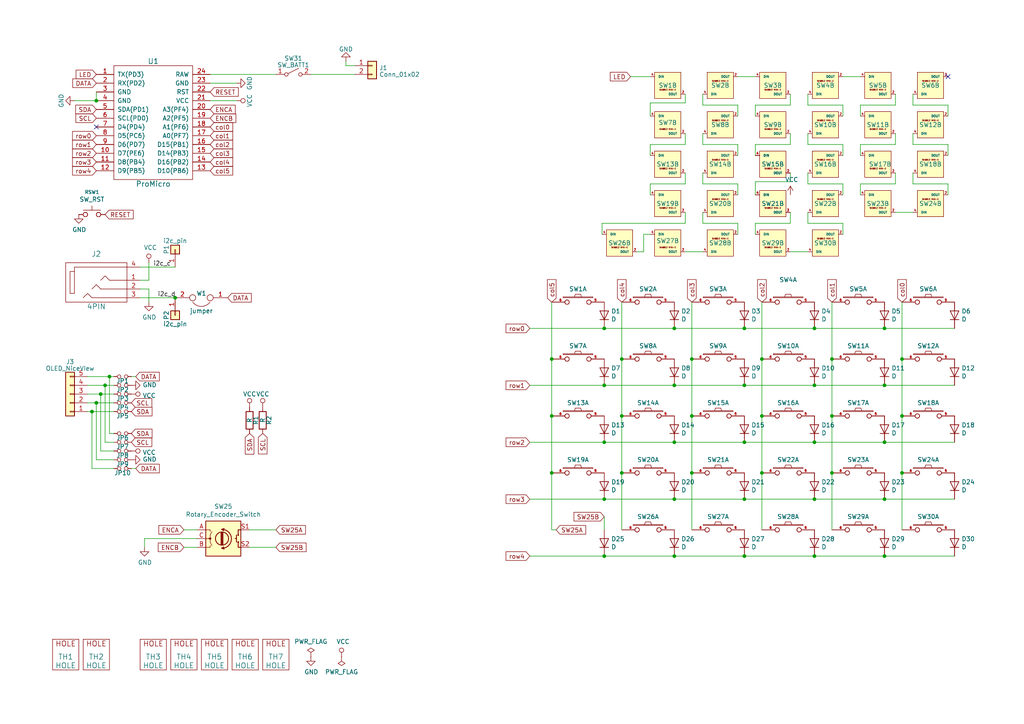
<source format=kicad_sch>
(kicad_sch (version 20230121) (generator eeschema)
  (paper "A4")
  (junction (at 27.94 116.84))
  (junction (at 256.54 128.27))
  (junction (at 236.22 161.29))
  (junction (at 241.3 137.16))
  (junction (at 236.22 128.27))
  (junction (at 50.8 86.36))
  (junction (at 256.54 144.78))
  (junction (at 261.62 137.16))
  (junction (at 215.9 111.76))
  (junction (at 195.58 128.27))
  (junction (at 215.9 95.25))
  (junction (at 160.02 104.14))
  (junction (at 195.58 161.29))
  (junction (at 256.54 95.25))
  (junction (at 220.98 137.16))
  (junction (at 215.9 128.27))
  (junction (at 200.66 104.14))
  (junction (at 175.26 161.29))
  (junction (at 236.22 95.25))
  (junction (at 175.26 95.25))
  (junction (at 195.58 95.25))
  (junction (at 31.75 109.22))
  (junction (at 215.9 144.78))
  (junction (at 200.66 120.65))
  (junction (at 200.66 137.16))
  (junction (at 26.67 119.38))
  (junction (at 180.34 104.14))
  (junction (at 220.98 104.14))
  (junction (at 241.3 120.65))
  (junction (at 27.94 29.21))
  (junction (at 236.22 111.76))
  (junction (at 236.22 144.78))
  (junction (at 160.02 120.65))
  (junction (at 160.02 137.16))
  (junction (at 30.48 111.76))
  (junction (at 195.58 111.76))
  (junction (at 215.9 161.29))
  (junction (at 180.34 137.16))
  (junction (at 220.98 120.65))
  (junction (at 261.62 104.14))
  (junction (at 256.54 111.76))
  (junction (at 175.26 144.78))
  (junction (at 241.3 104.14))
  (junction (at 195.58 144.78))
  (junction (at 29.21 114.3))
  (junction (at 175.26 111.76))
  (junction (at 261.62 120.65))
  (junction (at 256.54 161.29))
  (junction (at 175.26 128.27))
  (junction (at 180.34 120.65))
  (no_connect (at 274.955 22.225))
  (no_connect (at 27.94 36.83))
  (wire (pts (xy 220.98 137.16) (xy 220.98 153.67)))
  (wire (pts (xy 264.795 30.48) (xy 264.795 27.305)))
  (wire (pts (xy 195.58 144.78) (xy 175.26 144.78)))
  (wire (pts (xy 244.475 45.085) (xy 244.475 41.91)))
  (wire (pts (xy 200.66 104.14) (xy 200.66 120.65)))
  (wire (pts (xy 180.34 87.63) (xy 180.34 104.14)))
  (wire (pts (xy 27.94 29.21) (xy 21.59 29.21)))
  (wire (pts (xy 160.02 137.16) (xy 160.02 153.67)))
  (wire (pts (xy 195.58 128.27) (xy 175.26 128.27)))
  (wire (pts (xy 25.4 119.38) (xy 26.67 119.38)))
  (wire (pts (xy 220.98 120.65) (xy 220.98 137.16)))
  (wire (pts (xy 198.755 29.845) (xy 188.595 29.845)))
  (wire (pts (xy 200.66 120.65) (xy 200.66 137.16)))
  (wire (pts (xy 100.33 19.05) (xy 100.33 17.78)))
  (wire (pts (xy 229.235 52.705) (xy 219.075 52.705)))
  (wire (pts (xy 57.15 156.21) (xy 41.91 156.21)))
  (wire (pts (xy 274.955 53.34) (xy 264.795 53.34)))
  (wire (pts (xy 213.995 33.655) (xy 213.995 30.48)))
  (wire (pts (xy 174.625 64.77) (xy 174.625 67.945)))
  (wire (pts (xy 160.02 87.63) (xy 160.02 104.14)))
  (wire (pts (xy 219.075 52.705) (xy 219.075 56.515)))
  (wire (pts (xy 244.475 41.91) (xy 234.315 41.91)))
  (wire (pts (xy 241.3 137.16) (xy 241.3 153.67)))
  (wire (pts (xy 188.595 53.34) (xy 188.595 56.515)))
  (wire (pts (xy 195.58 111.76) (xy 175.26 111.76)))
  (wire (pts (xy 30.48 111.76) (xy 33.02 111.76)))
  (wire (pts (xy 203.835 41.91) (xy 203.835 38.735)))
  (wire (pts (xy 198.755 73.025) (xy 203.835 73.025)))
  (wire (pts (xy 215.9 161.29) (xy 236.22 161.29)))
  (wire (pts (xy 229.235 50.165) (xy 229.235 52.705)))
  (wire (pts (xy 249.555 41.91) (xy 249.555 45.085)))
  (wire (pts (xy 180.34 137.16) (xy 180.34 153.67)))
  (wire (pts (xy 195.58 95.25) (xy 175.26 95.25)))
  (wire (pts (xy 213.995 64.77) (xy 203.835 64.77)))
  (wire (pts (xy 234.315 53.34) (xy 234.315 50.165)))
  (wire (pts (xy 198.755 50.165) (xy 198.755 53.34)))
  (wire (pts (xy 203.835 30.48) (xy 203.835 27.305)))
  (wire (pts (xy 180.34 120.65) (xy 180.34 137.16)))
  (wire (pts (xy 256.54 128.27) (xy 276.86 128.27)))
  (wire (pts (xy 25.4 109.22) (xy 31.75 109.22)))
  (wire (pts (xy 213.995 45.085) (xy 213.995 41.91)))
  (wire (pts (xy 198.755 41.91) (xy 188.595 41.91)))
  (wire (pts (xy 72.39 153.67) (xy 80.01 153.67)))
  (wire (pts (xy 229.235 73.025) (xy 234.315 73.025)))
  (wire (pts (xy 229.235 41.91) (xy 219.075 41.91)))
  (wire (pts (xy 256.54 95.25) (xy 236.22 95.25)))
  (wire (pts (xy 215.9 128.27) (xy 236.22 128.27)))
  (wire (pts (xy 241.3 137.16) (xy 241.3 120.65)))
  (wire (pts (xy 195.58 144.78) (xy 215.9 144.78)))
  (wire (pts (xy 30.48 111.76) (xy 30.48 128.27)))
  (wire (pts (xy 236.22 111.76) (xy 256.54 111.76)))
  (wire (pts (xy 198.755 27.305) (xy 198.755 29.845)))
  (wire (pts (xy 43.18 76.2) (xy 43.18 81.28)))
  (wire (pts (xy 27.94 116.84) (xy 33.02 116.84)))
  (wire (pts (xy 219.075 64.77) (xy 219.075 67.945)))
  (wire (pts (xy 188.595 41.91) (xy 188.595 45.085)))
  (wire (pts (xy 259.715 27.305) (xy 259.715 30.48)))
  (wire (pts (xy 229.235 30.48) (xy 219.075 30.48)))
  (wire (pts (xy 244.475 33.655) (xy 244.475 30.48)))
  (wire (pts (xy 215.9 111.76) (xy 236.22 111.76)))
  (wire (pts (xy 220.98 104.14) (xy 220.98 120.65)))
  (wire (pts (xy 256.54 111.76) (xy 276.86 111.76)))
  (wire (pts (xy 259.715 38.735) (xy 259.715 41.91)))
  (wire (pts (xy 229.235 27.305) (xy 229.235 30.48)))
  (wire (pts (xy 244.475 53.34) (xy 234.315 53.34)))
  (wire (pts (xy 261.62 104.14) (xy 261.62 87.63)))
  (wire (pts (xy 215.9 144.78) (xy 236.22 144.78)))
  (wire (pts (xy 259.715 61.595) (xy 264.795 61.595)))
  (wire (pts (xy 43.18 83.82) (xy 43.18 87.63)))
  (wire (pts (xy 249.555 53.34) (xy 249.555 56.515)))
  (wire (pts (xy 30.48 128.27) (xy 33.02 128.27)))
  (wire (pts (xy 256.54 144.78) (xy 276.86 144.78)))
  (wire (pts (xy 259.715 50.165) (xy 259.715 53.34)))
  (wire (pts (xy 31.75 109.22) (xy 31.75 125.73)))
  (wire (pts (xy 195.58 111.76) (xy 215.9 111.76)))
  (wire (pts (xy 203.835 53.34) (xy 203.835 50.165)))
  (wire (pts (xy 27.94 116.84) (xy 27.94 133.35)))
  (wire (pts (xy 213.995 67.945) (xy 213.995 64.77)))
  (wire (pts (xy 244.475 64.77) (xy 234.315 64.77)))
  (wire (pts (xy 274.955 41.91) (xy 264.795 41.91)))
  (wire (pts (xy 90.17 21.59) (xy 102.87 21.59)))
  (wire (pts (xy 234.315 41.91) (xy 234.315 38.735)))
  (wire (pts (xy 259.715 30.48) (xy 249.555 30.48)))
  (wire (pts (xy 38.1 109.22) (xy 39.37 109.22)))
  (wire (pts (xy 249.555 30.48) (xy 249.555 33.655)))
  (wire (pts (xy 264.795 41.91) (xy 264.795 38.735)))
  (wire (pts (xy 53.34 158.75) (xy 57.15 158.75)))
  (wire (pts (xy 244.475 22.225) (xy 249.555 22.225)))
  (wire (pts (xy 198.755 53.34) (xy 188.595 53.34)))
  (wire (pts (xy 244.475 56.515) (xy 244.475 53.34)))
  (wire (pts (xy 229.235 38.735) (xy 229.235 41.91)))
  (wire (pts (xy 26.67 119.38) (xy 33.02 119.38)))
  (wire (pts (xy 25.4 111.76) (xy 30.48 111.76)))
  (wire (pts (xy 274.955 45.085) (xy 274.955 41.91)))
  (wire (pts (xy 29.21 130.81) (xy 33.02 130.81)))
  (wire (pts (xy 213.995 41.91) (xy 203.835 41.91)))
  (wire (pts (xy 153.67 161.29) (xy 175.26 161.29)))
  (wire (pts (xy 229.235 64.77) (xy 219.075 64.77)))
  (wire (pts (xy 244.475 67.945) (xy 244.475 64.77)))
  (wire (pts (xy 200.66 87.63) (xy 200.66 104.14)))
  (wire (pts (xy 25.4 114.3) (xy 29.21 114.3)))
  (wire (pts (xy 43.18 81.28) (xy 40.64 81.28)))
  (wire (pts (xy 261.62 120.65) (xy 261.62 104.14)))
  (wire (pts (xy 31.75 109.22) (xy 33.02 109.22)))
  (wire (pts (xy 259.715 41.91) (xy 249.555 41.91)))
  (wire (pts (xy 60.96 24.13) (xy 68.58 24.13)))
  (wire (pts (xy 241.3 104.14) (xy 241.3 120.65)))
  (wire (pts (xy 220.98 87.63) (xy 220.98 104.14)))
  (wire (pts (xy 160.02 153.67) (xy 161.29 153.67)))
  (wire (pts (xy 234.315 64.77) (xy 234.315 61.595)))
  (wire (pts (xy 256.54 161.29) (xy 276.86 161.29)))
  (wire (pts (xy 40.64 86.36) (xy 50.8 86.36)))
  (wire (pts (xy 60.96 29.21) (xy 68.58 29.21)))
  (wire (pts (xy 31.75 125.73) (xy 33.02 125.73)))
  (wire (pts (xy 259.715 53.34) (xy 249.555 53.34)))
  (wire (pts (xy 213.995 53.34) (xy 203.835 53.34)))
  (wire (pts (xy 27.94 133.35) (xy 33.02 133.35)))
  (wire (pts (xy 175.26 144.78) (xy 153.67 144.78)))
  (wire (pts (xy 244.475 30.48) (xy 234.315 30.48)))
  (wire (pts (xy 175.26 95.25) (xy 153.67 95.25)))
  (wire (pts (xy 53.34 153.67) (xy 57.15 153.67)))
  (wire (pts (xy 198.755 38.735) (xy 198.755 41.91)))
  (wire (pts (xy 213.995 56.515) (xy 213.995 53.34)))
  (wire (pts (xy 236.22 128.27) (xy 256.54 128.27)))
  (wire (pts (xy 274.955 56.515) (xy 274.955 53.34)))
  (wire (pts (xy 175.26 149.86) (xy 175.26 153.67)))
  (wire (pts (xy 203.835 64.77) (xy 203.835 61.595)))
  (wire (pts (xy 200.66 137.16) (xy 200.66 153.67)))
  (wire (pts (xy 241.3 87.63) (xy 241.3 104.14)))
  (wire (pts (xy 160.02 120.65) (xy 160.02 137.16)))
  (wire (pts (xy 72.39 158.75) (xy 80.01 158.75)))
  (wire (pts (xy 25.4 116.84) (xy 27.94 116.84)))
  (wire (pts (xy 256.54 95.25) (xy 276.86 95.25)))
  (wire (pts (xy 274.955 30.48) (xy 264.795 30.48)))
  (wire (pts (xy 215.9 95.25) (xy 236.22 95.25)))
  (wire (pts (xy 27.94 26.67) (xy 27.94 29.21)))
  (wire (pts (xy 234.315 30.48) (xy 234.315 27.305)))
  (wire (pts (xy 160.02 104.14) (xy 160.02 120.65)))
  (wire (pts (xy 219.075 30.48) (xy 219.075 33.655)))
  (wire (pts (xy 33.02 135.89) (xy 26.67 135.89)))
  (wire (pts (xy 175.26 111.76) (xy 153.67 111.76)))
  (wire (pts (xy 236.22 144.78) (xy 256.54 144.78)))
  (wire (pts (xy 182.88 22.225) (xy 188.595 22.225)))
  (wire (pts (xy 29.21 114.3) (xy 33.02 114.3)))
  (wire (pts (xy 195.58 128.27) (xy 215.9 128.27)))
  (wire (pts (xy 213.995 30.48) (xy 203.835 30.48)))
  (wire (pts (xy 229.235 61.595) (xy 229.235 64.77)))
  (wire (pts (xy 29.21 114.3) (xy 29.21 130.81)))
  (wire (pts (xy 186.69 67.945) (xy 188.595 67.945)))
  (wire (pts (xy 175.26 128.27) (xy 153.67 128.27)))
  (wire (pts (xy 184.785 73.025) (xy 186.69 73.025)))
  (wire (pts (xy 175.26 161.29) (xy 195.58 161.29)))
  (wire (pts (xy 26.67 119.38) (xy 26.67 135.89)))
  (wire (pts (xy 198.755 61.595) (xy 198.755 64.77)))
  (wire (pts (xy 213.995 22.225) (xy 219.075 22.225)))
  (wire (pts (xy 195.58 95.25) (xy 215.9 95.25)))
  (wire (pts (xy 198.755 64.77) (xy 174.625 64.77)))
  (wire (pts (xy 195.58 161.29) (xy 215.9 161.29)))
  (wire (pts (xy 261.62 137.16) (xy 261.62 153.67)))
  (wire (pts (xy 274.955 33.655) (xy 274.955 30.48)))
  (wire (pts (xy 38.1 135.89) (xy 39.37 135.89)))
  (wire (pts (xy 188.595 29.845) (xy 188.595 33.655)))
  (wire (pts (xy 261.62 120.65) (xy 261.62 137.16)))
  (wire (pts (xy 102.87 19.05) (xy 100.33 19.05)))
  (wire (pts (xy 236.22 161.29) (xy 256.54 161.29)))
  (wire (pts (xy 40.64 77.47) (xy 50.8 77.47)))
  (wire (pts (xy 40.64 83.82) (xy 43.18 83.82)))
  (wire (pts (xy 264.795 53.34) (xy 264.795 50.165)))
  (wire (pts (xy 180.34 104.14) (xy 180.34 120.65)))
  (wire (pts (xy 60.96 21.59) (xy 80.01 21.59)))
  (wire (pts (xy 41.91 156.21) (xy 41.91 158.75)))
  (wire (pts (xy 219.075 41.91) (xy 219.075 45.085)))
  (wire (pts (xy 186.69 73.025) (xy 186.69 67.945)))
  (label "i2c_c" (at 44.45 77.47 0))
  (label "i2c_d" (at 45.72 86.36 0))
  (global_label "SCL" (shape input) (at 38.1 116.84 0) (property "Intersheetrefs" "${INTERSHEET_REFS}" (effects hide)))
  (global_label "ENCB" (shape input) (at 53.34 158.75 180) (property "Intersheetrefs" "${INTERSHEET_REFS}" (effects hide)))
  (global_label "SDA" (shape input) (at 27.94 31.75 180) (property "Intersheetrefs" "${INTERSHEET_REFS}" (effects hide)))
  (global_label "col3" (shape input) (at 200.66 87.63 90) (property "Intersheetrefs" "${INTERSHEET_REFS}" (effects hide)))
  (global_label "row2" (shape input) (at 27.94 44.45 180) (property "Intersheetrefs" "${INTERSHEET_REFS}" (effects hide)))
  (global_label "col2" (shape input) (at 60.96 41.91 0) (property "Intersheetrefs" "${INTERSHEET_REFS}" (effects hide)))
  (global_label "col1" (shape input) (at 241.3 87.63 90) (property "Intersheetrefs" "${INTERSHEET_REFS}" (effects hide)))
  (global_label "RESET" (shape input) (at 60.96 26.67 0) (property "Intersheetrefs" "${INTERSHEET_REFS}" (effects hide)))
  (global_label "RESET" (shape input) (at 30.48 62.23 0) (property "Intersheetrefs" "${INTERSHEET_REFS}" (effects hide)))
  (global_label "row3" (shape input) (at 153.67 144.78 180) (property "Intersheetrefs" "${INTERSHEET_REFS}" (effects hide)))
  (global_label "row4" (shape input) (at 153.67 161.29 180) (property "Intersheetrefs" "${INTERSHEET_REFS}" (effects hide)))
  (global_label "SCL" (shape input) (at 76.2 125.73 270) (property "Intersheetrefs" "${INTERSHEET_REFS}" (effects hide)))
  (global_label "row4" (shape input) (at 27.94 49.53 180) (property "Intersheetrefs" "${INTERSHEET_REFS}" (effects hide)))
  (global_label "SW25B" (shape input) (at 175.26 149.86 180) (property "Intersheetrefs" "${INTERSHEET_REFS}" (effects hide)))
  (global_label "SW25A" (shape input) (at 80.01 153.67 0) (property "Intersheetrefs" "${INTERSHEET_REFS}" (effects hide)))
  (global_label "SW25A" (shape input) (at 161.29 153.67 0) (property "Intersheetrefs" "${INTERSHEET_REFS}" (effects hide)))
  (global_label "row1" (shape input) (at 153.67 111.76 180) (property "Intersheetrefs" "${INTERSHEET_REFS}" (effects hide)))
  (global_label "row2" (shape input) (at 153.67 128.27 180) (property "Intersheetrefs" "${INTERSHEET_REFS}" (effects hide)))
  (global_label "SW25B" (shape input) (at 80.01 158.75 0) (property "Intersheetrefs" "${INTERSHEET_REFS}" (effects hide)))
  (global_label "ENCA" (shape input) (at 60.96 31.75 0) (property "Intersheetrefs" "${INTERSHEET_REFS}" (effects hide)))
  (global_label "SDA" (shape input) (at 38.1 125.73 0) (property "Intersheetrefs" "${INTERSHEET_REFS}" (effects hide)))
  (global_label "DATA" (shape input) (at 27.94 24.13 180) (property "Intersheetrefs" "${INTERSHEET_REFS}" (effects hide)))
  (global_label "SCL" (shape input) (at 38.1 128.27 0) (property "Intersheetrefs" "${INTERSHEET_REFS}" (effects hide)))
  (global_label "row1" (shape input) (at 27.94 41.91 180) (property "Intersheetrefs" "${INTERSHEET_REFS}" (effects hide)))
  (global_label "col4" (shape input) (at 60.96 46.99 0) (property "Intersheetrefs" "${INTERSHEET_REFS}" (effects hide)))
  (global_label "row0" (shape input) (at 153.67 95.25 180) (property "Intersheetrefs" "${INTERSHEET_REFS}" (effects hide)))
  (global_label "DATA" (shape input) (at 66.04 86.36 0) (property "Intersheetrefs" "${INTERSHEET_REFS}" (effects hide)))
  (global_label "col5" (shape input) (at 60.96 49.53 0) (property "Intersheetrefs" "${INTERSHEET_REFS}" (effects hide)))
  (global_label "col5" (shape input) (at 160.02 87.63 90) (property "Intersheetrefs" "${INTERSHEET_REFS}" (effects hide)))
  (global_label "ENCB" (shape input) (at 60.96 34.29 0) (property "Intersheetrefs" "${INTERSHEET_REFS}" (effects hide)))
  (global_label "SDA" (shape input) (at 72.39 125.73 270) (property "Intersheetrefs" "${INTERSHEET_REFS}" (effects hide)))
  (global_label "col1" (shape input) (at 60.96 39.37 0) (property "Intersheetrefs" "${INTERSHEET_REFS}" (effects hide)))
  (global_label "DATA" (shape input) (at 39.37 135.89 0) (property "Intersheetrefs" "${INTERSHEET_REFS}" (effects hide)))
  (global_label "LED" (shape input) (at 27.94 21.59 180) (property "Intersheetrefs" "${INTERSHEET_REFS}" (effects hide)))
  (global_label "col4" (shape input) (at 180.34 87.63 90) (property "Intersheetrefs" "${INTERSHEET_REFS}" (effects hide)))
  (global_label "SCL" (shape input) (at 27.94 34.29 180) (property "Intersheetrefs" "${INTERSHEET_REFS}" (effects hide)))
  (global_label "DATA" (shape input) (at 39.37 109.22 0) (property "Intersheetrefs" "${INTERSHEET_REFS}" (effects hide)))
  (global_label "ENCA" (shape input) (at 53.34 153.67 180) (property "Intersheetrefs" "${INTERSHEET_REFS}" (effects hide)))
  (global_label "col0" (shape input) (at 60.96 36.83 0) (property "Intersheetrefs" "${INTERSHEET_REFS}" (effects hide)))
  (global_label "col3" (shape input) (at 60.96 44.45 0) (property "Intersheetrefs" "${INTERSHEET_REFS}" (effects hide)))
  (global_label "LED" (shape input) (at 182.88 22.225 180) (property "Intersheetrefs" "${INTERSHEET_REFS}" (effects hide)))
  (global_label "col2" (shape input) (at 220.98 87.63 90) (property "Intersheetrefs" "${INTERSHEET_REFS}" (effects hide)))
  (global_label "col0" (shape input) (at 261.62 87.63 90) (property "Intersheetrefs" "${INTERSHEET_REFS}" (effects hide)))
  (global_label "SDA" (shape input) (at 38.1 119.38 0) (property "Intersheetrefs" "${INTERSHEET_REFS}" (effects hide)))
  (global_label "row0" (shape input) (at 27.94 39.37 180) (property "Intersheetrefs" "${INTERSHEET_REFS}" (effects hide)))
  (global_label "row3" (shape input) (at 27.94 46.99 180) (property "Intersheetrefs" "${INTERSHEET_REFS}" (effects hide)))
  (symbol (lib_id "SofleKeyboard-rescue:ProMicro_2-Lily58-cache-Lily58_Pro-rescue") (at 44.45 35.56 0) (unit 1)
    (property "Reference" "U1" (at 44.45 17.78 0) (effects (font (size 1.524 1.524))))
    (property "Value" "ProMicro" (at 44.45 53.34 0) (effects (font (size 1.524 1.524))))
    (property "Footprint" "SofleKeyboard-footprint:ProMicro" (effects hide))
  )
  (symbol (lib_id "SofleKeyboard:SW_PUSH_LED") (at 187.96 153.67 0) (unit 1)
    (property "Reference" "SW26" (at 187.96 149.86 0))
    (property "Value" "SW_PUSH_LED" (effects hide))
    (property "Footprint" "SofleChoc:Choc_Hotswap_SK6812MiniE" (effects hide))
  )
  (symbol (lib_id "SofleKeyboard:SW_PUSH_LED") (at 167.64 87.63 0) (unit 1)
    (property "Reference" "SW1" (at 167.64 83.82 0))
    (property "Value" "SW_PUSH_LED" (effects hide))
    (property "Footprint" "SofleChoc:Choc_Hotswap_SK6812MiniE" (effects hide))
  )
  (symbol (lib_id "SofleKeyboard-rescue:D-Lily58-cache-Lily58_Pro-rescue") (at 175.26 91.44 90) (unit 1)
    (property "Reference" "D1" (at 177.2666 90.2716 90) (effects (justify right)))
    (property "Value" "D" (at 177.2666 92.583 90) (effects (justify right)))
    (property "Footprint" "Diode_SMD:crkbd-diode" (effects hide))
  )
  (symbol (lib_id "SofleKeyboard:SW_PUSH_LED") (at 187.96 87.63 0) (unit 1)
    (property "Reference" "SW2" (at 187.96 83.82 0))
    (property "Value" "SW_PUSH_LED" (effects hide))
    (property "Footprint" "SofleChoc:Choc_Hotswap_SK6812MiniE" (effects hide))
  )
  (symbol (lib_id "SofleKeyboard-rescue:D-Lily58-cache-Lily58_Pro-rescue") (at 195.58 91.44 90) (unit 1)
    (property "Reference" "D2" (at 197.5866 90.2716 90) (effects (justify right)))
    (property "Value" "D" (at 197.5866 92.583 90) (effects (justify right)))
    (property "Footprint" "Diode_SMD:crkbd-diode" (effects hide))
  )
  (symbol (lib_id "SofleKeyboard:SW_PUSH_LED") (at 208.28 87.63 0) (unit 1)
    (property "Reference" "SW3" (at 208.28 83.82 0))
    (property "Value" "SW_PUSH_LED" (effects hide))
    (property "Footprint" "SofleChoc:Choc_Hotswap_SK6812MiniE" (effects hide))
  )
  (symbol (lib_id "SofleKeyboard-rescue:D-Lily58-cache-Lily58_Pro-rescue") (at 215.9 91.44 90) (unit 1)
    (property "Reference" "D3" (at 217.9066 90.2716 90) (effects (justify right)))
    (property "Value" "D" (at 217.9066 92.583 90) (effects (justify right)))
    (property "Footprint" "Diode_SMD:crkbd-diode" (effects hide))
  )
  (symbol (lib_id "SofleKeyboard:SW_PUSH_LED") (at 228.6 87.63 0) (unit 1)
    (property "Reference" "SW4" (at 228.6 81.153 0))
    (property "Value" "SW_PUSH_LED" (effects hide))
    (property "Footprint" "SofleChoc:Choc_Hotswap_SK6812MiniE" (effects hide))
  )
  (symbol (lib_id "SofleKeyboard-rescue:D-Lily58-cache-Lily58_Pro-rescue") (at 236.22 91.44 90) (unit 1)
    (property "Reference" "D4" (at 238.2266 90.2716 90) (effects (justify right)))
    (property "Value" "D" (at 238.2266 92.583 90) (effects (justify right)))
    (property "Footprint" "Diode_SMD:crkbd-diode" (effects hide))
  )
  (symbol (lib_id "SofleKeyboard:SW_PUSH_LED") (at 248.92 87.63 0) (unit 1)
    (property "Reference" "SW5" (at 248.92 83.82 0))
    (property "Value" "SW_PUSH_LED" (effects hide))
    (property "Footprint" "SofleChoc:Choc_Hotswap_SK6812MiniE" (effects hide))
  )
  (symbol (lib_id "SofleKeyboard-rescue:D-Lily58-cache-Lily58_Pro-rescue") (at 256.54 91.44 90) (unit 1)
    (property "Reference" "D5" (at 258.5466 90.2716 90) (effects (justify right)))
    (property "Value" "D" (at 258.5466 92.583 90) (effects (justify right)))
    (property "Footprint" "Diode_SMD:crkbd-diode" (effects hide))
  )
  (symbol (lib_id "SofleKeyboard:SW_PUSH_LED") (at 269.24 87.63 0) (unit 1)
    (property "Reference" "SW6" (at 269.24 83.82 0))
    (property "Value" "SW_PUSH_LED" (effects hide))
    (property "Footprint" "SofleChoc:Choc_Hotswap_SK6812MiniE" (effects hide))
  )
  (symbol (lib_id "SofleKeyboard-rescue:D-Lily58-cache-Lily58_Pro-rescue") (at 276.86 91.44 90) (unit 1)
    (property "Reference" "D6" (at 278.8666 90.2716 90) (effects (justify right)))
    (property "Value" "D" (at 278.8666 92.583 90) (effects (justify right)))
    (property "Footprint" "Diode_SMD:crkbd-diode" (effects hide))
  )
  (symbol (lib_id "SofleKeyboard:SW_PUSH_LED") (at 187.96 104.14 0) (unit 1)
    (property "Reference" "SW8" (at 187.96 100.33 0))
    (property "Value" "SW_PUSH_LED" (effects hide))
    (property "Footprint" "SofleChoc:Choc_Hotswap_SK6812MiniE" (effects hide))
  )
  (symbol (lib_id "SofleKeyboard:SW_PUSH_LED") (at 208.28 104.14 0) (unit 1)
    (property "Reference" "SW9" (at 208.28 100.33 0))
    (property "Value" "SW_PUSH_LED" (effects hide))
    (property "Footprint" "SofleChoc:Choc_Hotswap_SK6812MiniE" (effects hide))
  )
  (symbol (lib_id "SofleKeyboard:SW_PUSH_LED") (at 228.6 104.14 0) (unit 1)
    (property "Reference" "SW10" (at 228.6 100.33 0))
    (property "Value" "SW_PUSH_LED" (effects hide))
    (property "Footprint" "SofleChoc:Choc_Hotswap_SK6812MiniE" (effects hide))
  )
  (symbol (lib_id "SofleKeyboard:SW_PUSH_LED") (at 248.92 104.14 0) (unit 1)
    (property "Reference" "SW11" (at 248.92 100.33 0))
    (property "Value" "SW_PUSH_LED" (effects hide))
    (property "Footprint" "SofleChoc:Choc_Hotswap_SK6812MiniE" (effects hide))
  )
  (symbol (lib_id "SofleKeyboard:SW_PUSH_LED") (at 269.24 104.14 0) (unit 1)
    (property "Reference" "SW12" (at 269.24 100.33 0))
    (property "Value" "SW_PUSH_LED" (effects hide))
    (property "Footprint" "SofleChoc:Choc_Hotswap_SK6812MiniE" (effects hide))
  )
  (symbol (lib_id "SofleKeyboard:SW_PUSH_LED") (at 167.64 104.14 0) (unit 1)
    (property "Reference" "SW7" (at 167.64 100.33 0))
    (property "Value" "SW_PUSH_LED" (effects hide))
    (property "Footprint" "SofleChoc:Choc_Hotswap_SK6812MiniE" (effects hide))
  )
  (symbol (lib_id "SofleKeyboard-rescue:D-Lily58-cache-Lily58_Pro-rescue") (at 175.26 107.95 90) (unit 1)
    (property "Reference" "D7" (at 177.2666 106.7816 90) (effects (justify right)))
    (property "Value" "D" (at 177.2666 109.093 90) (effects (justify right)))
    (property "Footprint" "Diode_SMD:crkbd-diode" (effects hide))
  )
  (symbol (lib_id "SofleKeyboard-rescue:D-Lily58-cache-Lily58_Pro-rescue") (at 195.58 107.95 90) (unit 1)
    (property "Reference" "D8" (at 197.5866 106.7816 90) (effects (justify right)))
    (property "Value" "D" (at 197.5866 109.093 90) (effects (justify right)))
    (property "Footprint" "Diode_SMD:crkbd-diode" (effects hide))
  )
  (symbol (lib_id "SofleKeyboard-rescue:D-Lily58-cache-Lily58_Pro-rescue") (at 215.9 107.95 90) (unit 1)
    (property "Reference" "D9" (at 217.9066 106.7816 90) (effects (justify right)))
    (property "Value" "D" (at 217.9066 109.093 90) (effects (justify right)))
    (property "Footprint" "Diode_SMD:crkbd-diode" (effects hide))
  )
  (symbol (lib_id "SofleKeyboard-rescue:D-Lily58-cache-Lily58_Pro-rescue") (at 236.22 107.95 90) (unit 1)
    (property "Reference" "D10" (at 238.2266 106.7816 90) (effects (justify right)))
    (property "Value" "D" (at 238.2266 109.093 90) (effects (justify right)))
    (property "Footprint" "Diode_SMD:crkbd-diode" (effects hide))
  )
  (symbol (lib_id "SofleKeyboard-rescue:D-Lily58-cache-Lily58_Pro-rescue") (at 256.54 107.95 90) (unit 1)
    (property "Reference" "D11" (at 258.5466 106.7816 90) (effects (justify right)))
    (property "Value" "D" (at 258.5466 109.093 90) (effects (justify right)))
    (property "Footprint" "Diode_SMD:crkbd-diode" (effects hide))
  )
  (symbol (lib_id "SofleKeyboard-rescue:D-Lily58-cache-Lily58_Pro-rescue") (at 276.86 107.95 90) (unit 1)
    (property "Reference" "D12" (at 278.8666 106.7816 90) (effects (justify right)))
    (property "Value" "D" (at 278.8666 109.093 90) (effects (justify right)))
    (property "Footprint" "Diode_SMD:crkbd-diode" (effects hide))
  )
  (symbol (lib_id "SofleKeyboard:SW_PUSH_LED") (at 167.64 120.65 0) (unit 1)
    (property "Reference" "SW13" (at 167.64 116.84 0))
    (property "Value" "SW_PUSH_LED" (effects hide))
    (property "Footprint" "SofleChoc:Choc_Hotswap_SK6812MiniE" (effects hide))
  )
  (symbol (lib_id "SofleKeyboard:SW_PUSH_LED") (at 187.96 120.65 0) (unit 1)
    (property "Reference" "SW14" (at 187.96 116.84 0))
    (property "Value" "SW_PUSH_LED" (effects hide))
    (property "Footprint" "SofleChoc:Choc_Hotswap_SK6812MiniE" (effects hide))
  )
  (symbol (lib_id "SofleKeyboard:SW_PUSH_LED") (at 208.28 120.65 0) (unit 1)
    (property "Reference" "SW15" (at 208.28 116.84 0))
    (property "Value" "SW_PUSH_LED" (effects hide))
    (property "Footprint" "SofleChoc:Choc_Hotswap_SK6812MiniE" (effects hide))
  )
  (symbol (lib_id "SofleKeyboard:SW_PUSH_LED") (at 228.6 120.65 0) (unit 1)
    (property "Reference" "SW16" (at 228.6 116.84 0))
    (property "Value" "SW_PUSH_LED" (effects hide))
    (property "Footprint" "SofleChoc:Choc_Hotswap_SK6812MiniE" (effects hide))
  )
  (symbol (lib_id "SofleKeyboard:SW_PUSH_LED") (at 248.92 120.65 0) (unit 1)
    (property "Reference" "SW17" (at 248.92 116.84 0))
    (property "Value" "SW_PUSH_LED" (effects hide))
    (property "Footprint" "SofleChoc:Choc_Hotswap_SK6812MiniE" (effects hide))
  )
  (symbol (lib_id "SofleKeyboard:SW_PUSH_LED") (at 269.24 120.65 0) (unit 1)
    (property "Reference" "SW18" (at 269.24 116.84 0))
    (property "Value" "SW_PUSH_LED" (effects hide))
    (property "Footprint" "SofleChoc:Choc_Hotswap_SK6812MiniE" (effects hide))
  )
  (symbol (lib_id "SofleKeyboard-rescue:D-Lily58-cache-Lily58_Pro-rescue") (at 175.26 124.46 90) (unit 1)
    (property "Reference" "D13" (at 177.2666 123.2916 90) (effects (justify right)))
    (property "Value" "D" (at 177.2666 125.603 90) (effects (justify right)))
    (property "Footprint" "Diode_SMD:crkbd-diode" (effects hide))
  )
  (symbol (lib_id "SofleKeyboard-rescue:D-Lily58-cache-Lily58_Pro-rescue") (at 195.58 124.46 90) (unit 1)
    (property "Reference" "D14" (at 197.5866 123.2916 90) (effects (justify right)))
    (property "Value" "D" (at 197.5866 125.603 90) (effects (justify right)))
    (property "Footprint" "Diode_SMD:crkbd-diode" (effects hide))
  )
  (symbol (lib_id "SofleKeyboard-rescue:D-Lily58-cache-Lily58_Pro-rescue") (at 215.9 124.46 90) (unit 1)
    (property "Reference" "D15" (at 217.9066 123.2916 90) (effects (justify right)))
    (property "Value" "D" (at 217.9066 125.603 90) (effects (justify right)))
    (property "Footprint" "Diode_SMD:crkbd-diode" (effects hide))
  )
  (symbol (lib_id "SofleKeyboard-rescue:D-Lily58-cache-Lily58_Pro-rescue") (at 236.22 124.46 90) (unit 1)
    (property "Reference" "D16" (at 238.2266 123.2916 90) (effects (justify right)))
    (property "Value" "D" (at 238.2266 125.603 90) (effects (justify right)))
    (property "Footprint" "Diode_SMD:crkbd-diode" (effects hide))
  )
  (symbol (lib_id "SofleKeyboard-rescue:D-Lily58-cache-Lily58_Pro-rescue") (at 256.54 124.46 90) (unit 1)
    (property "Reference" "D17" (at 258.5466 123.2916 90) (effects (justify right)))
    (property "Value" "D" (at 258.5466 125.603 90) (effects (justify right)))
    (property "Footprint" "Diode_SMD:crkbd-diode" (effects hide))
  )
  (symbol (lib_id "SofleKeyboard-rescue:D-Lily58-cache-Lily58_Pro-rescue") (at 276.86 124.46 90) (unit 1)
    (property "Reference" "D18" (at 278.8666 123.2916 90) (effects (justify right)))
    (property "Value" "D" (at 278.8666 125.603 90) (effects (justify right)))
    (property "Footprint" "Diode_SMD:crkbd-diode" (effects hide))
  )
  (symbol (lib_id "SofleKeyboard:SW_PUSH_LED") (at 208.28 137.16 0) (unit 1)
    (property "Reference" "SW21" (at 208.28 133.35 0))
    (property "Value" "SW_PUSH_LED" (effects hide))
    (property "Footprint" "SofleChoc:Choc_Hotswap_SK6812MiniE" (effects hide))
  )
  (symbol (lib_id "SofleKeyboard:SW_PUSH_LED") (at 228.6 137.16 0) (unit 1)
    (property "Reference" "SW22" (at 228.6 133.35 0))
    (property "Value" "SW_PUSH_LED" (effects hide))
    (property "Footprint" "SofleChoc:Choc_Hotswap_SK6812MiniE" (effects hide))
  )
  (symbol (lib_id "SofleKeyboard:SW_PUSH_LED") (at 248.92 137.16 0) (unit 1)
    (property "Reference" "SW23" (at 248.92 133.35 0))
    (property "Value" "SW_PUSH_LED" (effects hide))
    (property "Footprint" "SofleChoc:Choc_Hotswap_SK6812MiniE" (effects hide))
  )
  (symbol (lib_id "SofleKeyboard:SW_PUSH_LED") (at 269.24 137.16 0) (unit 1)
    (property "Reference" "SW24" (at 269.24 133.35 0))
    (property "Value" "SW_PUSH_LED" (effects hide))
    (property "Footprint" "SofleChoc:Choc_Hotswap_SK6812MiniE" (effects hide))
  )
  (symbol (lib_id "SofleKeyboard:SW_PUSH_LED") (at 187.96 137.16 0) (unit 1)
    (property "Reference" "SW20" (at 187.96 133.35 0))
    (property "Value" "SW_PUSH_LED" (effects hide))
    (property "Footprint" "SofleChoc:Choc_Hotswap_SK6812MiniE" (effects hide))
  )
  (symbol (lib_id "SofleKeyboard:SW_PUSH_LED") (at 167.64 137.16 0) (unit 1)
    (property "Reference" "SW19" (at 167.64 133.35 0))
    (property "Value" "SW_PUSH_LED" (effects hide))
    (property "Footprint" "SofleChoc:Choc_Hotswap_SK6812MiniE" (effects hide))
  )
  (symbol (lib_id "SofleKeyboard-rescue:D-Lily58-cache-Lily58_Pro-rescue") (at 175.26 140.97 90) (unit 1)
    (property "Reference" "D19" (at 177.2666 139.8016 90) (effects (justify right)))
    (property "Value" "D" (at 177.2666 142.113 90) (effects (justify right)))
    (property "Footprint" "Diode_SMD:crkbd-diode" (effects hide))
  )
  (symbol (lib_id "SofleKeyboard-rescue:D-Lily58-cache-Lily58_Pro-rescue") (at 195.58 140.97 90) (unit 1)
    (property "Reference" "D20" (at 197.5866 139.8016 90) (effects (justify right)))
    (property "Value" "D" (at 197.5866 142.113 90) (effects (justify right)))
    (property "Footprint" "Diode_SMD:crkbd-diode" (effects hide))
  )
  (symbol (lib_id "SofleKeyboard-rescue:D-Lily58-cache-Lily58_Pro-rescue") (at 215.9 140.97 90) (unit 1)
    (property "Reference" "D21" (at 217.9066 139.8016 90) (effects (justify right)))
    (property "Value" "D" (at 217.9066 142.113 90) (effects (justify right)))
    (property "Footprint" "Diode_SMD:crkbd-diode" (effects hide))
  )
  (symbol (lib_id "SofleKeyboard-rescue:D-Lily58-cache-Lily58_Pro-rescue") (at 236.22 140.97 90) (unit 1)
    (property "Reference" "D22" (at 238.2266 139.8016 90) (effects (justify right)))
    (property "Value" "D" (at 238.2266 142.113 90) (effects (justify right)))
    (property "Footprint" "Diode_SMD:crkbd-diode" (effects hide))
  )
  (symbol (lib_id "SofleKeyboard-rescue:D-Lily58-cache-Lily58_Pro-rescue") (at 256.54 140.97 90) (unit 1)
    (property "Reference" "D23" (at 258.5466 139.8016 90) (effects (justify right)))
    (property "Value" "D" (at 258.5466 142.113 90) (effects (justify right)))
    (property "Footprint" "Diode_SMD:crkbd-diode" (effects hide))
  )
  (symbol (lib_id "SofleKeyboard-rescue:D-Lily58-cache-Lily58_Pro-rescue") (at 276.86 140.97 90) (unit 1)
    (property "Reference" "D24" (at 278.8666 139.8016 90) (effects (justify right)))
    (property "Value" "D" (at 278.8666 142.113 90) (effects (justify right)))
    (property "Footprint" "Diode_SMD:crkbd-diode" (effects hide))
  )
  (symbol (lib_id "SofleKeyboard:SW_PUSH_LED") (at 208.28 153.67 0) (unit 1)
    (property "Reference" "SW27" (at 208.28 149.86 0))
    (property "Value" "SW_PUSH_LED" (effects hide))
    (property "Footprint" "SofleChoc:Choc_Hotswap_SK6812MiniE" (effects hide))
  )
  (symbol (lib_id "SofleKeyboard:SW_PUSH_LED") (at 228.6 153.67 0) (unit 1)
    (property "Reference" "SW28" (at 228.6 149.86 0))
    (property "Value" "SW_PUSH_LED" (effects hide))
    (property "Footprint" "SofleChoc:Choc_Hotswap_SK6812MiniE" (effects hide))
  )
  (symbol (lib_id "SofleKeyboard:SW_PUSH_LED") (at 248.92 153.67 0) (unit 1)
    (property "Reference" "SW29" (at 248.92 149.86 0))
    (property "Value" "SW_PUSH_LED" (effects hide))
    (property "Footprint" "SofleChoc:Choc_Hotswap_SK6812MiniE" (effects hide))
  )
  (symbol (lib_id "SofleKeyboard-rescue:D-Lily58-cache-Lily58_Pro-rescue") (at 175.26 157.48 90) (unit 1)
    (property "Reference" "D25" (at 177.2666 156.3116 90) (effects (justify right)))
    (property "Value" "D" (at 177.2666 158.623 90) (effects (justify right)))
    (property "Footprint" "Diode_SMD:crkbd-diode" (effects hide))
  )
  (symbol (lib_id "SofleKeyboard-rescue:D-Lily58-cache-Lily58_Pro-rescue") (at 195.58 157.48 90) (unit 1)
    (property "Reference" "D26" (at 197.5866 156.3116 90) (effects (justify right)))
    (property "Value" "D" (at 197.5866 158.623 90) (effects (justify right)))
    (property "Footprint" "Diode_SMD:crkbd-diode" (effects hide))
  )
  (symbol (lib_id "SofleKeyboard-rescue:D-Lily58-cache-Lily58_Pro-rescue") (at 215.9 157.48 90) (unit 1)
    (property "Reference" "D27" (at 217.9066 156.3116 90) (effects (justify right)))
    (property "Value" "D" (at 217.9066 158.623 90) (effects (justify right)))
    (property "Footprint" "Diode_SMD:crkbd-diode" (effects hide))
  )
  (symbol (lib_id "SofleKeyboard-rescue:D-Lily58-cache-Lily58_Pro-rescue") (at 236.22 157.48 90) (unit 1)
    (property "Reference" "D28" (at 238.2266 156.3116 90) (effects (justify right)))
    (property "Value" "D" (at 238.2266 158.623 90) (effects (justify right)))
    (property "Footprint" "Diode_SMD:crkbd-diode" (effects hide))
  )
  (symbol (lib_id "SofleKeyboard-rescue:D-Lily58-cache-Lily58_Pro-rescue") (at 256.54 157.48 90) (unit 1)
    (property "Reference" "D29" (at 258.5466 156.3116 90) (effects (justify right)))
    (property "Value" "D" (at 258.5466 158.623 90) (effects (justify right)))
    (property "Footprint" "Diode_SMD:crkbd-diode" (effects hide))
  )
  (symbol (lib_id "SofleKeyboard-rescue:VCC-Lily58-cache-Lily58_Pro-rescue") (at 68.58 29.21 270) (unit 1)
    (property "Reference" "#PWR04" (effects hide))
    (property "Value" "VCC" (at 72.39 29.21 0))
  )
  (symbol (lib_id "SofleKeyboard-rescue:VCC-Lily58-cache-Lily58_Pro-rescue") (at 72.39 118.11 0) (unit 1)
    (property "Reference" "#PWR05" (effects hide))
    (property "Value" "VCC" (at 72.39 114.3 0))
  )
  (symbol (lib_id "SofleKeyboard-rescue:VCC-Lily58-cache-Lily58_Pro-rescue") (at 76.2 118.11 0) (unit 1)
    (property "Reference" "#PWR06" (effects hide))
    (property "Value" "VCC" (at 76.2 114.3 0))
  )
  (symbol (lib_id "SofleKeyboard-rescue:R-Lily58-cache-Lily58_Pro-rescue") (at 72.39 121.92 0) (unit 1)
    (property "Reference" "R1" (at 74.93 121.92 90) (effects (justify bottom)))
    (property "Value" "R" (at 72.39 121.92 90))
    (property "Footprint" "SofleKeyboard-footprint:RESISTOR_mini" (effects hide))
  )
  (symbol (lib_id "SofleKeyboard-rescue:R-Lily58-cache-Lily58_Pro-rescue") (at 76.2 121.92 0) (unit 1)
    (property "Reference" "R2" (at 78.74 121.92 90) (effects (justify bottom)))
    (property "Value" "R" (at 76.2 121.92 90))
    (property "Footprint" "SofleKeyboard-footprint:RESISTOR_mini" (effects hide))
  )
  (symbol (lib_id "SofleKeyboard-rescue:MJ-4PP-9-Lily58-cache-Lily58_Pro-rescue") (at 29.21 81.28 0) (unit 1)
    (property "Reference" "J2" (at 27.94 73.66 0) (effects (font (size 1.524 1.524))))
    (property "Value" "4PIN" (at 27.94 88.9 0) (effects (font (size 1.524 1.524))))
    (property "Footprint" "SofleKeyboard-footprint:MJ-4PP-9" (effects hide))
  )
  (symbol (lib_id "SofleKeyboard-rescue:GND-Lily58-cache-Lily58_Pro-rescue") (at 22.86 62.23 0) (unit 1)
    (property "Reference" "#PWR010" (effects hide))
    (property "Value" "GND" (at 22.987 66.6242 0))
  )
  (symbol (lib_id "SofleKeyboard-rescue:PWR_FLAG-Lily58-cache-Lily58_Pro-rescue") (at 90.17 190.5 0) (unit 1)
    (property "Reference" "#FLG01" (effects hide))
    (property "Value" "PWR_FLAG" (at 90.17 186.0804 0))
  )
  (symbol (lib_id "SofleKeyboard-rescue:GND-Lily58-cache-Lily58_Pro-rescue") (at 90.17 190.5 0) (unit 1)
    (property "Reference" "#PWR012" (effects hide))
    (property "Value" "GND" (at 90.297 194.8942 0))
  )
  (symbol (lib_id "SofleKeyboard-rescue:VCC-Lily58-cache-Lily58_Pro-rescue") (at 99.06 190.5 0) (unit 1)
    (property "Reference" "#PWR013" (effects hide))
    (property "Value" "VCC" (at 99.4918 186.1058 0))
  )
  (symbol (lib_id "SofleKeyboard-rescue:PWR_FLAG-Lily58-cache-Lily58_Pro-rescue") (at 99.06 190.5 180) (unit 1)
    (property "Reference" "#FLG02" (effects hide))
    (property "Value" "PWR_FLAG" (at 99.06 194.8942 0))
  )
  (symbol (lib_id "SofleKeyboard-rescue:HOLE-Lily58-cache-Lily58_Pro-rescue") (at 19.05 190.5 0) (unit 1)
    (property "Reference" "TH1" (at 19.05 190.5 0) (effects (font (size 1.524 1.524))))
    (property "Value" "HOLE" (at 19.05 193.04 0) (effects (font (size 1.524 1.524))))
    (property "Footprint" "SofleKeyboard-footprint:M2_HOLE_PCB" (effects hide))
  )
  (symbol (lib_id "SofleKeyboard-rescue:HOLE-Lily58-cache-Lily58_Pro-rescue") (at 27.94 190.5 0) (unit 1)
    (property "Reference" "TH2" (at 27.94 190.5 0) (effects (font (size 1.524 1.524))))
    (property "Value" "HOLE" (at 27.94 193.04 0) (effects (font (size 1.524 1.524))))
    (property "Footprint" "SofleKeyboard-footprint:M2_HOLE_PCB" (effects hide))
  )
  (symbol (lib_id "SofleKeyboard-rescue:HOLE-Lily58-cache-Lily58_Pro-rescue") (at 53.34 190.5 0) (unit 1)
    (property "Reference" "TH4" (at 53.34 190.5 0) (effects (font (size 1.524 1.524))))
    (property "Value" "HOLE" (at 53.34 193.04 0) (effects (font (size 1.524 1.524))))
    (property "Footprint" "SofleKeyboard-footprint:HOLE_M2_TH" (effects hide))
  )
  (symbol (lib_id "SofleKeyboard-rescue:HOLE-Lily58-cache-Lily58_Pro-rescue") (at 62.23 190.5 0) (unit 1)
    (property "Reference" "TH5" (at 62.23 190.5 0) (effects (font (size 1.524 1.524))))
    (property "Value" "HOLE" (at 62.23 193.04 0) (effects (font (size 1.524 1.524))))
    (property "Footprint" "SofleKeyboard-footprint:HOLE_M2_TH" (effects hide))
  )
  (symbol (lib_id "SofleKeyboard-rescue:HOLE-Lily58-cache-Lily58_Pro-rescue") (at 71.12 190.5 0) (unit 1)
    (property "Reference" "TH6" (at 71.12 190.5 0) (effects (font (size 1.524 1.524))))
    (property "Value" "HOLE" (at 71.12 193.04 0) (effects (font (size 1.524 1.524))))
    (property "Footprint" "SofleKeyboard-footprint:HOLE_M2_TH" (effects hide))
  )
  (symbol (lib_id "SofleKeyboard-rescue:HOLE-Lily58-cache-Lily58_Pro-rescue") (at 80.01 190.5 0) (unit 1)
    (property "Reference" "TH7" (at 80.01 190.5 0) (effects (font (size 1.524 1.524))))
    (property "Value" "HOLE" (at 80.01 193.04 0) (effects (font (size 1.524 1.524))))
    (property "Footprint" "SofleKeyboard-footprint:HOLE_M2_TH" (effects hide))
  )
  (symbol (lib_id "SofleKeyboard-rescue:HOLE-Lily58-cache-Lily58_Pro-rescue") (at 44.45 190.5 0) (unit 1)
    (property "Reference" "TH3" (at 44.45 190.5 0) (effects (font (size 1.524 1.524))))
    (property "Value" "HOLE" (at 44.45 193.04 0) (effects (font (size 1.524 1.524))))
    (property "Footprint" "SofleKeyboard-footprint:HOLE_M2_TH" (effects hide))
  )
  (symbol (lib_id "SofleKeyboard-rescue:GND-Lily58-cache-Lily58_Pro-rescue") (at 68.58 24.13 90) (unit 1)
    (property "Reference" "#PWR0101" (effects hide))
    (property "Value" "GND" (at 72.39 24.13 0))
  )
  (symbol (lib_id "SofleKeyboard-rescue:GND-Lily58-cache-Lily58_Pro-rescue") (at 21.59 29.21 270) (unit 1)
    (property "Reference" "#PWR0102" (effects hide))
    (property "Value" "GND" (at 17.78 29.21 0))
  )
  (symbol (lib_id "SofleKeyboard-rescue:SW_RST-Lily58-cache-Lily58_Pro-rescue") (at 26.67 62.23 0) (unit 1)
    (property "Reference" "RSW1" (at 26.67 55.7276 0) (effects (font (size 1.016 1.016))))
    (property "Value" "SW_RST" (at 26.67 57.8358 0))
    (property "Footprint" "Button_Switch_SMD:SW_Tactile_SPST_NO_Straight_CK_PTS636Sx25SMTRLFS" (effects hide))
  )
  (symbol (lib_id "SofleKeyboard-rescue:GND-power") (at 43.18 87.63 0) (unit 1)
    (property "Reference" "#PWR02" (effects hide))
    (property "Value" "GND" (at 43.307 92.0242 0))
  )
  (symbol (lib_id "SofleKeyboard-rescue:VCC-power") (at 43.18 76.2 0) (unit 1)
    (property "Reference" "#PWR01" (effects hide))
    (property "Value" "VCC" (at 43.6118 71.8058 0))
  )
  (symbol (lib_id "SofleKeyboard-rescue:i2c_pin-Lily58-cache-Lily58_Pro-rescue") (at 50.8 72.39 90) (unit 1)
    (property "Reference" "P1" (at 48.26 72.39 0))
    (property "Value" "i2c_pin" (at 50.8 69.85 90))
    (property "Footprint" "SofleKeyboard-footprint:1pin_conn" (effects hide))
  )
  (symbol (lib_id "SofleKeyboard-rescue:i2c_pin-Lily58-cache-Lily58_Pro-rescue") (at 50.8 91.44 270) (unit 1)
    (property "Reference" "P2" (at 48.26 91.44 0))
    (property "Value" "i2c_pin" (at 50.8 93.98 90))
    (property "Footprint" "SofleKeyboard-footprint:1pin_conn" (effects hide))
  )
  (symbol (lib_id "SofleKeyboard-rescue:Jumper-Device") (at 58.42 86.36 180) (unit 1)
    (property "Reference" "W1" (at 58.42 85.09 0))
    (property "Value" "jumper" (at 58.42 90.17 0))
    (property "Footprint" "SofleKeyboard-footprint:jumper_data" (effects hide))
  )
  (symbol (lib_id "SofleKeyboard-rescue:Jumper_NO_Small-Device") (at 35.56 111.76 0) (unit 1)
    (property "Reference" "JP2" (at 35.56 113.03 0))
    (property "Value" "Jumper_NO_Small" (effects hide))
    (property "Footprint" "SofleKeyboard-footprint:Jumper" (effects hide))
  )
  (symbol (lib_id "SofleKeyboard-rescue:Jumper_NO_Small-Device") (at 35.56 114.3 0) (unit 1)
    (property "Reference" "JP3" (at 35.56 115.57 0))
    (property "Value" "Jumper_NO_Small" (effects hide))
    (property "Footprint" "SofleKeyboard-footprint:Jumper" (effects hide))
  )
  (symbol (lib_id "SofleKeyboard-rescue:Jumper_NO_Small-Device") (at 35.56 116.84 0) (unit 1)
    (property "Reference" "JP4" (at 35.56 118.11 0))
    (property "Value" "Jumper_NO_Small" (effects hide))
    (property "Footprint" "SofleKeyboard-footprint:Jumper" (effects hide))
  )
  (symbol (lib_id "SofleKeyboard-rescue:Jumper_NO_Small-Device") (at 35.56 119.38 0) (unit 1)
    (property "Reference" "JP5" (at 35.56 120.65 0))
    (property "Value" "Jumper_NO_Small" (effects hide))
    (property "Footprint" "SofleKeyboard-footprint:Jumper" (effects hide))
  )
  (symbol (lib_id "SofleKeyboard-rescue:Jumper_NO_Small-Device") (at 35.56 125.73 0) (unit 1)
    (property "Reference" "JP6" (at 35.56 127 0))
    (property "Value" "Jumper_NO_Small" (effects hide))
    (property "Footprint" "SofleKeyboard-footprint:Jumper" (effects hide))
  )
  (symbol (lib_id "SofleKeyboard-rescue:Jumper_NO_Small-Device") (at 35.56 128.27 0) (unit 1)
    (property "Reference" "JP7" (at 35.56 129.54 0))
    (property "Value" "Jumper_NO_Small" (effects hide))
    (property "Footprint" "SofleKeyboard-footprint:Jumper" (effects hide))
  )
  (symbol (lib_id "SofleKeyboard-rescue:Jumper_NO_Small-Device") (at 35.56 130.81 0) (unit 1)
    (property "Reference" "JP8" (at 35.56 132.08 0))
    (property "Value" "Jumper_NO_Small" (effects hide))
    (property "Footprint" "SofleKeyboard-footprint:Jumper" (effects hide))
  )
  (symbol (lib_id "SofleKeyboard-rescue:Jumper_NO_Small-Device") (at 35.56 133.35 0) (unit 1)
    (property "Reference" "JP9" (at 35.56 134.62 0))
    (property "Value" "Jumper_NO_Small" (effects hide))
    (property "Footprint" "SofleKeyboard-footprint:Jumper" (effects hide))
  )
  (symbol (lib_id "SofleKeyboard-rescue:GND-power") (at 38.1 111.76 90) (unit 1)
    (property "Reference" "#PWR03" (effects hide))
    (property "Value" "GND" (at 41.3512 111.633 90) (effects (justify right)))
  )
  (symbol (lib_id "SofleKeyboard-rescue:VCC-power") (at 38.1 114.3 270) (unit 1)
    (property "Reference" "#PWR09" (effects hide))
    (property "Value" "VCC" (at 41.3512 114.7318 90) (effects (justify left)))
  )
  (symbol (lib_id "SofleKeyboard-rescue:GND-power") (at 38.1 133.35 90) (unit 1)
    (property "Reference" "#PWR014" (effects hide))
    (property "Value" "GND" (at 41.3512 133.223 90) (effects (justify right)))
  )
  (symbol (lib_id "SofleKeyboard-rescue:VCC-power") (at 38.1 130.81 270) (unit 1)
    (property "Reference" "#PWR011" (effects hide))
    (property "Value" "VCC" (at 41.3512 131.2418 90) (effects (justify left)))
  )
  (symbol (lib_id "SofleKeyboard:SW_PUSH_LED") (at 269.24 153.67 0) (unit 1)
    (property "Reference" "SW30" (at 269.24 149.86 0))
    (property "Value" "SW_PUSH_LED" (effects hide))
    (property "Footprint" "SofleChoc:Choc_Hotswap_SK6812MiniE" (effects hide))
  )
  (symbol (lib_id "SofleKeyboard-rescue:D-Lily58-cache-Lily58_Pro-rescue") (at 276.86 157.48 90) (unit 1)
    (property "Reference" "D30" (at 278.8666 156.3116 90) (effects (justify right)))
    (property "Value" "D" (at 278.8666 158.623 90) (effects (justify right)))
    (property "Footprint" "Diode_SMD:crkbd-diode" (effects hide))
  )
  (symbol (lib_id "SofleKeyboard-rescue:Rotary_Encoder_Switch-Device") (at 64.77 156.21 0) (unit 1)
    (property "Reference" "SW25" (at 64.77 146.8882 0))
    (property "Value" "Rotary_Encoder_Switch" (at 64.77 149.1996 0))
    (property "Footprint" "SofleKeyboard-footprint:RotaryEncoder_Alps_EC11E-Switch_Vertical_H20mm-keebio_modified" (effects hide))
  )
  (symbol (lib_id "SofleKeyboard-rescue:GND-power") (at 41.91 158.75 0) (unit 1)
    (property "Reference" "#PWR0103" (effects hide))
    (property "Value" "GND" (at 42.037 163.1442 0))
  )
  (symbol (lib_id "SofleKeyboard:SW_PUSH_LED") (at 193.675 24.765 0) (mirror y) (unit 2)
    (property "Reference" "SW1" (at 193.675 24.765 0))
    (property "Value" "SW_PUSH_LED" (effects hide))
    (property "Footprint" "SofleChoc:Choc_Hotswap_SK6812MiniE" (effects hide))
  )
  (symbol (lib_id "SofleKeyboard:SW_PUSH_LED") (at 208.915 24.765 180) (unit 2)
    (property "Reference" "SW2" (at 208.915 24.765 0))
    (property "Value" "SW_PUSH_LED" (effects hide))
    (property "Footprint" "SofleChoc:Choc_Hotswap_SK6812MiniE" (effects hide))
  )
  (symbol (lib_id "SofleKeyboard:SW_PUSH_LED") (at 224.155 24.765 0) (mirror y) (unit 2)
    (property "Reference" "SW3" (at 224.155 24.765 0))
    (property "Value" "SW_PUSH_LED" (effects hide))
    (property "Footprint" "SofleChoc:Choc_Hotswap_SK6812MiniE" (effects hide))
  )
  (symbol (lib_id "SofleKeyboard:SW_PUSH_LED") (at 239.395 24.765 180) (unit 2)
    (property "Reference" "SW4" (at 239.395 24.765 0))
    (property "Value" "SW_PUSH_LED" (effects hide))
    (property "Footprint" "SofleChoc:Choc_Hotswap_SK6812MiniE" (effects hide))
  )
  (symbol (lib_id "SofleKeyboard:SW_PUSH_LED") (at 254.635 24.765 0) (mirror y) (unit 2)
    (property "Reference" "SW5" (at 254.635 24.765 0))
    (property "Value" "SW_PUSH_LED" (effects hide))
    (property "Footprint" "SofleChoc:Choc_Hotswap_SK6812MiniE" (effects hide))
  )
  (symbol (lib_id "SofleKeyboard:SW_PUSH_LED") (at 269.875 24.765 180) (unit 2)
    (property "Reference" "SW6" (at 269.875 24.765 0))
    (property "Value" "SW_PUSH_LED" (effects hide))
    (property "Footprint" "SofleChoc:Choc_Hotswap_SK6812MiniE" (effects hide))
  )
  (symbol (lib_id "SofleKeyboard:SW_PUSH_LED") (at 193.675 36.195 0) (mirror y) (unit 2)
    (property "Reference" "SW7" (at 193.675 35.56 0))
    (property "Value" "SW_PUSH_LED" (effects hide))
    (property "Footprint" "SofleChoc:Choc_Hotswap_SK6812MiniE" (effects hide))
  )
  (symbol (lib_id "SofleKeyboard:SW_PUSH_LED") (at 208.915 36.195 180) (unit 2)
    (property "Reference" "SW8" (at 208.915 36.195 0))
    (property "Value" "SW_PUSH_LED" (effects hide))
    (property "Footprint" "SofleChoc:Choc_Hotswap_SK6812MiniE" (effects hide))
  )
  (symbol (lib_id "SofleKeyboard:SW_PUSH_LED") (at 224.155 36.195 0) (mirror y) (unit 2)
    (property "Reference" "SW9" (at 224.155 36.195 0))
    (property "Value" "SW_PUSH_LED" (effects hide))
    (property "Footprint" "SofleChoc:Choc_Hotswap_SK6812MiniE" (effects hide))
  )
  (symbol (lib_id "SofleKeyboard:SW_PUSH_LED") (at 239.395 36.195 180) (unit 2)
    (property "Reference" "SW10" (at 239.395 36.195 0))
    (property "Value" "SW_PUSH_LED" (effects hide))
    (property "Footprint" "SofleChoc:Choc_Hotswap_SK6812MiniE" (effects hide))
  )
  (symbol (lib_id "SofleKeyboard:SW_PUSH_LED") (at 254.635 36.195 0) (mirror y) (unit 2)
    (property "Reference" "SW11" (at 254.635 36.195 0))
    (property "Value" "SW_PUSH_LED" (effects hide))
    (property "Footprint" "SofleChoc:Choc_Hotswap_SK6812MiniE" (effects hide))
  )
  (symbol (lib_id "SofleKeyboard:SW_PUSH_LED") (at 269.875 36.195 180) (unit 2)
    (property "Reference" "SW12" (at 269.875 36.195 0))
    (property "Value" "SW_PUSH_LED" (effects hide))
    (property "Footprint" "SofleChoc:Choc_Hotswap_SK6812MiniE" (effects hide))
  )
  (symbol (lib_id "SofleKeyboard:SW_PUSH_LED") (at 269.875 59.055 180) (unit 2)
    (property "Reference" "SW24" (at 269.875 59.055 0))
    (property "Value" "SW_PUSH_LED" (effects hide))
    (property "Footprint" "SofleChoc:Choc_Hotswap_SK6812MiniE" (effects hide))
  )
  (symbol (lib_id "SofleKeyboard:SW_PUSH_LED") (at 254.635 59.055 0) (mirror y) (unit 2)
    (property "Reference" "SW23" (at 254.635 59.055 0))
    (property "Value" "SW_PUSH_LED" (effects hide))
    (property "Footprint" "SofleChoc:Choc_Hotswap_SK6812MiniE" (effects hide))
  )
  (symbol (lib_id "SofleKeyboard:SW_PUSH_LED") (at 239.395 59.055 180) (unit 2)
    (property "Reference" "SW22" (at 239.395 59.055 0))
    (property "Value" "SW_PUSH_LED" (effects hide))
    (property "Footprint" "SofleChoc:Choc_Hotswap_SK6812MiniE" (effects hide))
  )
  (symbol (lib_id "SofleKeyboard:SW_PUSH_LED") (at 224.155 59.055 0) (mirror y) (unit 2)
    (property "Reference" "SW21" (at 224.155 59.055 0))
    (property "Value" "SW_PUSH_LED" (effects hide))
    (property "Footprint" "SofleChoc:Choc_Hotswap_SK6812MiniE" (effects hide))
  )
  (symbol (lib_id "SofleKeyboard:SW_PUSH_LED") (at 208.915 59.055 180) (unit 2)
    (property "Reference" "SW20" (at 208.915 59.055 0))
    (property "Value" "SW_PUSH_LED" (effects hide))
    (property "Footprint" "SofleChoc:Choc_Hotswap_SK6812MiniE" (effects hide))
  )
  (symbol (lib_id "SofleKeyboard:SW_PUSH_LED") (at 193.675 59.055 0) (mirror y) (unit 2)
    (property "Reference" "SW19" (at 193.675 59.055 0))
    (property "Value" "SW_PUSH_LED" (effects hide))
    (property "Footprint" "SofleChoc:Choc_Hotswap_SK6812MiniE" (effects hide))
  )
  (symbol (lib_id "SofleKeyboard:SW_PUSH_LED") (at 269.875 47.625 180) (unit 2)
    (property "Reference" "SW18" (at 269.875 47.625 0))
    (property "Value" "SW_PUSH_LED" (effects hide))
    (property "Footprint" "SofleChoc:Choc_Hotswap_SK6812MiniE" (effects hide))
  )
  (symbol (lib_id "SofleKeyboard:SW_PUSH_LED") (at 254.635 47.625 0) (mirror y) (unit 2)
    (property "Reference" "SW17" (at 255.27 47.625 0))
    (property "Value" "SW_PUSH_LED" (effects hide))
    (property "Footprint" "SofleChoc:Choc_Hotswap_SK6812MiniE" (effects hide))
  )
  (symbol (lib_id "SofleKeyboard:SW_PUSH_LED") (at 239.395 47.625 180) (unit 2)
    (property "Reference" "SW16" (at 239.395 47.625 0))
    (property "Value" "SW_PUSH_LED" (effects hide))
    (property "Footprint" "SofleChoc:Choc_Hotswap_SK6812MiniE" (effects hide))
  )
  (symbol (lib_id "SofleKeyboard:SW_PUSH_LED") (at 224.155 47.625 0) (mirror y) (unit 2)
    (property "Reference" "SW15" (at 224.155 47.625 0))
    (property "Value" "SW_PUSH_LED" (effects hide))
    (property "Footprint" "SofleChoc:Choc_Hotswap_SK6812MiniE" (effects hide))
  )
  (symbol (lib_id "SofleKeyboard:SW_PUSH_LED") (at 208.915 47.625 180) (unit 2)
    (property "Reference" "SW14" (at 208.915 47.625 0))
    (property "Value" "SW_PUSH_LED" (effects hide))
    (property "Footprint" "SofleChoc:Choc_Hotswap_SK6812MiniE" (effects hide))
  )
  (symbol (lib_id "SofleKeyboard:SW_PUSH_LED") (at 193.675 47.625 0) (mirror y) (unit 2)
    (property "Reference" "SW13" (at 193.675 47.625 0))
    (property "Value" "SW_PUSH_LED" (effects hide))
    (property "Footprint" "SofleChoc:Choc_Hotswap_SK6812MiniE" (effects hide))
  )
  (symbol (lib_id "SofleKeyboard:SW_PUSH_LED") (at 224.155 70.485 0) (mirror y) (unit 2)
    (property "Reference" "SW29" (at 224.155 70.485 0))
    (property "Value" "SW_PUSH_LED" (effects hide))
    (property "Footprint" "SofleChoc:Choc_Hotswap_SK6812MiniE" (effects hide))
  )
  (symbol (lib_id "SofleKeyboard:SW_PUSH_LED") (at 208.915 70.485 180) (unit 2)
    (property "Reference" "SW28" (at 208.915 70.485 0))
    (property "Value" "SW_PUSH_LED" (effects hide))
    (property "Footprint" "SofleChoc:Choc_Hotswap_SK6812MiniE" (effects hide))
  )
  (symbol (lib_id "SofleKeyboard:SW_PUSH_LED") (at 193.675 70.485 0) (mirror y) (unit 2)
    (property "Reference" "SW27" (at 193.675 69.85 0))
    (property "Value" "SW_PUSH_LED" (effects hide))
    (property "Footprint" "SofleChoc:Choc_Hotswap_SK6812MiniE" (effects hide))
  )
  (symbol (lib_id "SofleKeyboard:SW_PUSH_LED") (at 179.705 70.485 0) (mirror y) (unit 2)
    (property "Reference" "SW26" (at 179.705 70.485 0))
    (property "Value" "SW_PUSH_LED" (effects hide))
    (property "Footprint" "SofleChoc:Choc_Hotswap_SK6812MiniE" (effects hide))
  )
  (symbol (lib_id "SofleKeyboard:SW_PUSH_LED") (at 239.395 70.485 180) (unit 2)
    (property "Reference" "SW30" (at 239.395 70.485 0))
    (property "Value" "SW_PUSH_LED" (effects hide))
    (property "Footprint" "SofleChoc:Choc_Hotswap_SK6812MiniE" (effects hide))
  )
  (symbol (lib_id "power:VCC") (at 229.235 56.515 0) (unit 1)
    (property "Reference" "#PWR0104" (effects hide))
    (property "Value" "VCC" (at 229.616 52.1208 0))
  )
  (symbol (lib_id "SofleKeyboard-rescue:Jumper_NO_Small-Device") (at 35.56 109.22 0) (unit 1)
    (property "Reference" "JP1" (at 35.56 110.49 0))
    (property "Value" "Jumper_NO_Small" (effects hide))
    (property "Footprint" "SofleChoc:Jumper" (effects hide))
  )
  (symbol (lib_id "power:GND") (at 100.33 17.78 180) (unit 1)
    (property "Reference" "#PWR07" (effects hide))
    (property "Value" "GND" (at 100.33 14.2781 0))
  )
  (symbol (lib_id "Connector_Generic:Conn_01x05") (at 20.32 114.3 180) (unit 1)
    (property "Reference" "J3" (at 20.32 104.9401 0))
    (property "Value" "OLED_NiceVIew" (at 20.32 106.8611 0))
    (property "Footprint" "Connector_PinHeader_2.54mm:PinHeader_1x05_P2.54mm_Vertical" (effects hide))
  )
  (symbol (lib_id "Connector_Generic:Conn_01x02") (at 107.95 19.05 0) (unit 1)
    (property "Reference" "J1" (at 109.982 19.6763 0) (effects (justify left)))
    (property "Value" "Conn_01x02" (at 109.982 21.5973 0) (effects (justify left)))
    (property "Footprint" "SofleChoc:JST_PH_S2B-PH-K_1x02_P2.00mm_DoubleSided" (effects hide))
  )
  (symbol (lib_id "Switch:SW_SPST") (at 85.09 21.59 0) (unit 1)
    (property "Reference" "SW31" (at 85.09 16.9291 0))
    (property "Value" "SW_BATT1" (at 85.09 18.8501 0))
    (property "Footprint" "Button_Switch_SMD:SW_SPDT_PCM12" (effects hide))
  )
  (symbol (lib_id "SofleKeyboard-rescue:Jumper_NO_Small-Device") (at 35.56 135.89 0) (unit 1)
    (property "Reference" "JP10" (at 35.56 137.16 0))
    (property "Value" "Jumper_NO_Small" (effects hide))
    (property "Footprint" "SofleChoc:Jumper" (effects hide))
  )
)
</source>
